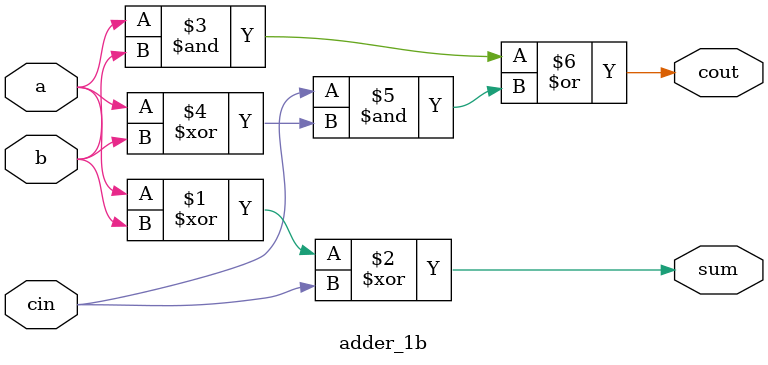
<source format=sv>
module adder_1b
(
        input   logic   a, b, cin,
        output  logic   sum, cout
);

assign sum = a ^ b ^ cin;
assign cout = (a & b) | (cin & (a ^ b));

endmodule:adder_1b

</source>
